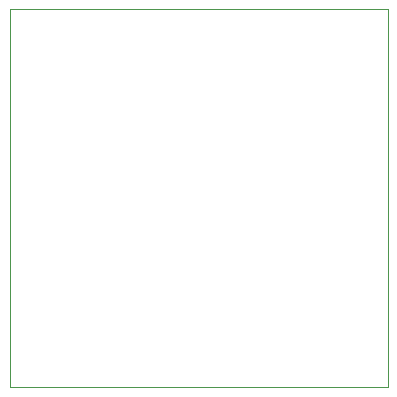
<source format=gbr>
%TF.GenerationSoftware,KiCad,Pcbnew,(5.1.8)-1*%
%TF.CreationDate,2021-03-28T09:39:19+02:00*%
%TF.ProjectId,KETCube_mainboard,4b455443-7562-4655-9f6d-61696e626f61,I*%
%TF.SameCoordinates,Original*%
%TF.FileFunction,Profile,NP*%
%FSLAX46Y46*%
G04 Gerber Fmt 4.6, Leading zero omitted, Abs format (unit mm)*
G04 Created by KiCad (PCBNEW (5.1.8)-1) date 2021-03-28 09:39:19*
%MOMM*%
%LPD*%
G01*
G04 APERTURE LIST*
%TA.AperFunction,Profile*%
%ADD10C,0.050000*%
%TD*%
G04 APERTURE END LIST*
D10*
X163531400Y-114950200D02*
X131531400Y-114950200D01*
X163531400Y-82950200D02*
X163531400Y-114950200D01*
X131531400Y-82950200D02*
X163531400Y-82950200D01*
X131531400Y-114950200D02*
X131531400Y-82950200D01*
M02*

</source>
